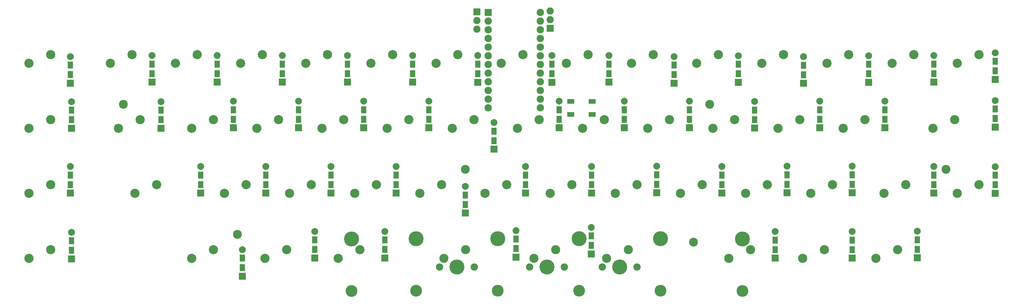
<source format=gbs>
G04 #@! TF.GenerationSoftware,KiCad,Pcbnew,(5.1.2)-1*
G04 #@! TF.CreationDate,2020-06-05T12:30:06-05:00*
G04 #@! TF.ProjectId,Nightmare compact,4e696768-746d-4617-9265-20636f6d7061,rev?*
G04 #@! TF.SameCoordinates,Original*
G04 #@! TF.FileFunction,Soldermask,Bot*
G04 #@! TF.FilePolarity,Negative*
%FSLAX46Y46*%
G04 Gerber Fmt 4.6, Leading zero omitted, Abs format (unit mm)*
G04 Created by KiCad (PCBNEW (5.1.2)-1) date 2020-06-05 12:30:06*
%MOMM*%
%LPD*%
G04 APERTURE LIST*
%ADD10O,2.100000X2.100000*%
%ADD11R,2.100000X2.100000*%
%ADD12R,1.600000X2.000000*%
%ADD13C,2.000000*%
%ADD14R,2.000000X2.000000*%
%ADD15C,2.686000*%
%ADD16C,2.600000*%
%ADD17C,4.387800*%
%ADD18C,3.448000*%
%ADD19C,2.150000*%
%ADD20C,2.650000*%
%ADD21R,2.152600X2.152600*%
%ADD22C,2.152600*%
%ADD23R,2.100000X1.400000*%
G04 APERTURE END LIST*
D10*
X335756250Y-92551250D03*
X335756250Y-95091250D03*
D11*
X335756250Y-97631250D03*
D10*
X314325000Y-97948750D03*
X314325000Y-95408750D03*
D11*
X314325000Y-92868750D03*
D12*
X325751184Y-159417066D03*
X325751184Y-162217066D03*
D13*
X325751184Y-156917066D03*
D14*
X325751184Y-164717066D03*
D15*
X189738000Y-162528250D03*
X183388000Y-165068250D03*
D16*
X377656084Y-160359866D03*
X382418584Y-119910366D03*
X451493884Y-138960366D03*
D14*
X287397184Y-164971066D03*
D13*
X287397184Y-157171066D03*
D12*
X287397184Y-162471066D03*
X287397184Y-159671066D03*
D15*
X437367944Y-162528250D03*
X431017944Y-165068250D03*
D16*
X310993784Y-138960366D03*
D14*
X401544784Y-164996466D03*
D13*
X401544784Y-157196466D03*
D12*
X401544784Y-162496466D03*
X401544784Y-159696466D03*
D16*
X210981284Y-119897666D03*
D15*
X454830424Y-146018266D03*
X461180424Y-143478266D03*
D16*
X244306084Y-158010366D03*
D15*
X220674376Y-143478266D03*
X214324376Y-146018266D03*
X380217992Y-143478266D03*
X373867992Y-146018266D03*
X354818008Y-146018266D03*
X361168008Y-143478266D03*
X240518104Y-146018266D03*
X246868104Y-143478266D03*
X258754496Y-162528250D03*
X252404496Y-165068250D03*
X418317960Y-143478266D03*
X411967960Y-146018266D03*
X435780440Y-107918298D03*
X442130440Y-105378298D03*
X335768024Y-146018266D03*
X342118024Y-143478266D03*
X183368152Y-146018266D03*
X189718152Y-143478266D03*
X323068040Y-143478266D03*
X316718040Y-146018266D03*
X439749192Y-143478266D03*
X433399192Y-146018266D03*
X304018056Y-143478266D03*
X297668056Y-146018266D03*
X237343112Y-162528250D03*
X230993112Y-165068250D03*
X284968072Y-143478266D03*
X278618072Y-146018266D03*
X409586712Y-165068250D03*
X415936712Y-162528250D03*
X392917976Y-146018266D03*
X399267976Y-143478266D03*
X265918088Y-143478266D03*
X259568088Y-146018266D03*
D12*
X257424968Y-110934858D03*
X257424968Y-108134858D03*
D13*
X257424968Y-105634858D03*
D14*
X257424968Y-113434858D03*
X409824840Y-113793458D03*
D13*
X409824840Y-105993458D03*
D12*
X409824840Y-108493458D03*
X409824840Y-111293458D03*
D14*
X295524936Y-113434858D03*
D13*
X295524936Y-105634858D03*
D12*
X295524936Y-108134858D03*
X295524936Y-110934858D03*
X281237448Y-124329378D03*
X281237448Y-121529378D03*
D13*
X281237448Y-119029378D03*
D14*
X281237448Y-126829378D03*
X319337416Y-133080154D03*
D13*
X319337416Y-125280154D03*
D12*
X319337416Y-127780154D03*
X319337416Y-130580154D03*
X300287432Y-124329378D03*
X300287432Y-121529378D03*
D13*
X300287432Y-119029378D03*
D14*
X300287432Y-126829378D03*
X262187464Y-126829378D03*
D13*
X262187464Y-119029378D03*
D12*
X262187464Y-121529378D03*
X262187464Y-124329378D03*
X243137480Y-124329378D03*
X243137480Y-121529378D03*
D13*
X243137480Y-119029378D03*
D14*
X243137480Y-126829378D03*
X352972544Y-113434858D03*
D13*
X352972544Y-105634858D03*
D12*
X352972544Y-108134858D03*
X352972544Y-110934858D03*
X390774856Y-110995802D03*
X390774856Y-108195802D03*
D13*
X390774856Y-105695802D03*
D14*
X390774856Y-113495802D03*
D12*
X314574920Y-110965330D03*
X314574920Y-108165330D03*
D13*
X314574920Y-105665330D03*
D14*
X314574920Y-113465330D03*
X372022528Y-113732514D03*
D13*
X372022528Y-105932514D03*
D12*
X372022528Y-108432514D03*
X372022528Y-111232514D03*
X336303808Y-110965330D03*
X336303808Y-108165330D03*
D13*
X336303808Y-105665330D03*
D14*
X336303808Y-113465330D03*
D12*
X276474952Y-110934858D03*
X276474952Y-108134858D03*
D13*
X276474952Y-105634858D03*
D14*
X276474952Y-113434858D03*
X222003904Y-126948130D03*
D13*
X222003904Y-119148130D03*
D12*
X222003904Y-121648130D03*
X222003904Y-124448130D03*
X428874824Y-110995802D03*
X428874824Y-108195802D03*
D13*
X428874824Y-105695802D03*
D14*
X428874824Y-113495802D03*
D12*
X195810176Y-124448130D03*
X195810176Y-121648130D03*
D13*
X195810176Y-119148130D03*
D14*
X195810176Y-126948130D03*
D12*
X465931250Y-110143750D03*
X465931250Y-107343750D03*
D13*
X465931250Y-104843750D03*
D14*
X465931250Y-112643750D03*
D17*
X391965528Y-159353250D03*
X277665528Y-159353250D03*
D18*
X391965528Y-174593250D03*
X277665528Y-174593250D03*
D19*
X339895528Y-167608250D03*
X329735528Y-167608250D03*
D20*
X331005528Y-165068250D03*
D17*
X334815528Y-167608250D03*
D20*
X337355528Y-162528250D03*
D17*
X320410834Y-159343866D03*
X296598334Y-159343866D03*
D18*
X320410834Y-174583866D03*
X296598334Y-174583866D03*
D19*
X313584584Y-167598866D03*
X303424584Y-167598866D03*
D20*
X304694584Y-165058866D03*
D17*
X308504584Y-167598866D03*
D20*
X311044584Y-162518866D03*
D17*
X368035834Y-159343866D03*
X344223334Y-159343866D03*
D18*
X368035834Y-174583866D03*
X344223334Y-174583866D03*
D19*
X361209584Y-167598866D03*
X351049584Y-167598866D03*
D20*
X352319584Y-165058866D03*
D17*
X356129584Y-167598866D03*
D20*
X358669584Y-162518866D03*
D12*
X347750184Y-161280266D03*
X347750184Y-158480266D03*
D13*
X347750184Y-155980266D03*
D14*
X347750184Y-163780266D03*
D15*
X245280600Y-107918298D03*
X251630600Y-105378298D03*
X226230616Y-107918298D03*
X232580616Y-105378298D03*
D14*
X465931250Y-145998114D03*
D13*
X465931250Y-138198114D03*
D12*
X465931250Y-140698114D03*
X465931250Y-143498114D03*
X443162312Y-162429346D03*
X443162312Y-159629346D03*
D13*
X443162312Y-157129346D03*
D14*
X443162312Y-164929346D03*
D12*
X447924808Y-143440306D03*
X447924808Y-140640306D03*
D13*
X447924808Y-138140306D03*
D14*
X447924808Y-145940306D03*
D12*
X195810176Y-162727002D03*
X195810176Y-159927002D03*
D13*
X195810176Y-157427002D03*
D14*
X195810176Y-165227002D03*
X424112328Y-164990290D03*
D13*
X424112328Y-157190290D03*
D12*
X424112328Y-159690290D03*
X424112328Y-162490290D03*
X245750184Y-167780266D03*
X245750184Y-164980266D03*
D13*
X245750184Y-162480266D03*
D14*
X245750184Y-170280266D03*
X266949960Y-164959818D03*
D13*
X266949960Y-157159818D03*
D12*
X266949960Y-159659818D03*
X266949960Y-162459818D03*
D14*
X424112328Y-145879362D03*
D13*
X424112328Y-138079362D03*
D12*
X424112328Y-140579362D03*
X424112328Y-143379362D03*
D15*
X207180632Y-107918298D03*
X213530632Y-105378298D03*
X321480536Y-107918298D03*
X327830536Y-105378298D03*
X308780552Y-105378298D03*
X302430552Y-107918298D03*
X289730568Y-105378298D03*
X283380568Y-107918298D03*
D14*
X465931250Y-126612500D03*
D13*
X465931250Y-118812500D03*
D12*
X465931250Y-121312500D03*
X465931250Y-124112500D03*
D15*
X264330584Y-107918298D03*
X270680584Y-105378298D03*
X183368309Y-107918391D03*
X189718309Y-105378391D03*
X189718152Y-124428282D03*
X183368152Y-126968282D03*
X359580504Y-107918298D03*
X365930504Y-105378298D03*
X423080456Y-105378298D03*
X416730456Y-107918298D03*
X461180424Y-105378298D03*
X454830424Y-107918298D03*
X209561880Y-126968282D03*
X215911880Y-124428282D03*
X326243032Y-126968282D03*
X332593032Y-124428282D03*
X269093080Y-126968282D03*
X275443080Y-124428282D03*
X384980488Y-105378298D03*
X378630488Y-107918298D03*
X313543048Y-124428282D03*
X307193048Y-126968282D03*
X288143064Y-126968282D03*
X294493064Y-124428282D03*
X346880520Y-105378298D03*
X340530520Y-107918298D03*
X397680472Y-107918298D03*
X404030472Y-105378298D03*
X250043096Y-126968282D03*
X256393096Y-124428282D03*
X408792968Y-124428282D03*
X402442968Y-126968282D03*
X383392984Y-126968282D03*
X389742984Y-124428282D03*
X351643016Y-124428282D03*
X345293016Y-126968282D03*
X370693000Y-124428282D03*
X364343000Y-126968282D03*
X237343112Y-124428282D03*
X230993112Y-126968282D03*
D14*
X376487368Y-126829378D03*
D13*
X376487368Y-119029378D03*
D12*
X376487368Y-121529378D03*
X376487368Y-124329378D03*
X414587336Y-124329378D03*
X414587336Y-121529378D03*
D13*
X414587336Y-119029378D03*
D14*
X414587336Y-126829378D03*
D12*
X405062344Y-143379362D03*
X405062344Y-140579362D03*
D13*
X405062344Y-138079362D03*
D14*
X405062344Y-145879362D03*
X366962376Y-145879362D03*
D13*
X366962376Y-138079362D03*
D12*
X366962376Y-140579362D03*
X366962376Y-143379362D03*
D14*
X252662472Y-145940306D03*
D13*
X252662472Y-138140306D03*
D12*
X252662472Y-140640306D03*
X252662472Y-143440306D03*
X395537352Y-124390322D03*
X395537352Y-121590322D03*
D13*
X395537352Y-119090322D03*
D14*
X395537352Y-126890322D03*
X338387400Y-126829378D03*
D13*
X338387400Y-119029378D03*
D12*
X338387400Y-121529378D03*
X338387400Y-124329378D03*
X433637320Y-124329378D03*
X433637320Y-121529378D03*
D13*
X433637320Y-119029378D03*
D14*
X433637320Y-126829378D03*
X447924808Y-113434858D03*
D13*
X447924808Y-105634858D03*
D12*
X447924808Y-108134858D03*
X447924808Y-110934858D03*
D14*
X328564752Y-145940306D03*
D13*
X328564752Y-138140306D03*
D12*
X328564752Y-140640306D03*
X328564752Y-143440306D03*
D14*
X357437384Y-126829378D03*
D13*
X357437384Y-119029378D03*
D12*
X357437384Y-121529378D03*
X357437384Y-124329378D03*
D14*
X195512520Y-145940306D03*
D13*
X195512520Y-138140306D03*
D12*
X195512520Y-140640306D03*
X195512520Y-143440306D03*
X311000184Y-149280266D03*
X311000184Y-146480266D03*
D13*
X311000184Y-143980266D03*
D14*
X311000184Y-151780266D03*
X290762440Y-145940306D03*
D13*
X290762440Y-138140306D03*
D12*
X290762440Y-140640306D03*
X290762440Y-143440306D03*
X233612488Y-143440306D03*
X233612488Y-140640306D03*
D13*
X233612488Y-138140306D03*
D14*
X233612488Y-145940306D03*
X386012360Y-145940306D03*
D13*
X386012360Y-138140306D03*
D12*
X386012360Y-140640306D03*
X386012360Y-143440306D03*
X271712456Y-143440306D03*
X271712456Y-140640306D03*
D13*
X271712456Y-138140306D03*
D14*
X271712456Y-145940306D03*
D12*
X347912392Y-143440306D03*
X347912392Y-140640306D03*
D13*
X347912392Y-138140306D03*
D14*
X347912392Y-145940306D03*
D15*
X280107384Y-162518866D03*
X273757384Y-165058866D03*
D12*
X195512520Y-111232514D03*
X195512520Y-108432514D03*
D13*
X195512520Y-105932514D03*
D14*
X195512520Y-113732514D03*
D15*
X427842952Y-124428282D03*
X421492952Y-126968282D03*
X394381984Y-162493466D03*
X388031984Y-165033466D03*
X454036680Y-124428282D03*
X447686680Y-126968282D03*
D21*
X317648584Y-92978746D03*
D22*
X317648584Y-95518746D03*
X317648584Y-98058746D03*
X317648584Y-100598746D03*
X317648584Y-103138746D03*
X317648584Y-105678746D03*
X317648584Y-108218746D03*
X317648584Y-110758746D03*
X317648584Y-113298746D03*
X317648584Y-115838746D03*
X317648584Y-118378746D03*
X332888584Y-120918746D03*
X332888584Y-118378746D03*
X332888584Y-115838746D03*
X332888584Y-113298746D03*
X332888584Y-110758746D03*
X332888584Y-108218746D03*
X332888584Y-105678746D03*
X332888584Y-103138746D03*
X332888584Y-100598746D03*
X332888584Y-98058746D03*
X332888584Y-95518746D03*
X317648584Y-120918746D03*
X332888584Y-92978746D03*
D23*
X348070564Y-119107646D03*
X341770564Y-119107646D03*
X348070564Y-122907646D03*
X341770564Y-122907646D03*
D12*
X219325000Y-110934858D03*
X219325000Y-108134858D03*
D13*
X219325000Y-105634858D03*
D14*
X219325000Y-113434858D03*
D12*
X238374984Y-110934858D03*
X238374984Y-108134858D03*
D13*
X238374984Y-105634858D03*
D14*
X238374984Y-113434858D03*
M02*

</source>
